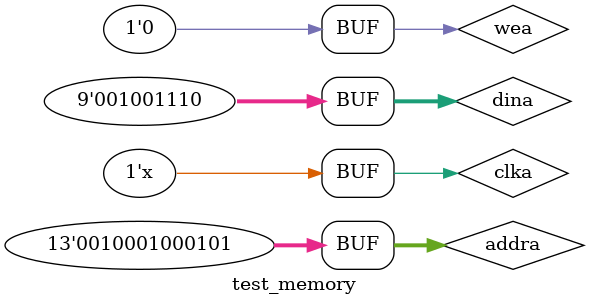
<source format=v>
`timescale 1ns / 1ps


module test_memory;

	// Inputs
	reg clka;
	reg [0:0] wea;
	reg [12:0] addra;
	reg [8:0] dina;

	// Outputs
	wire [8:0] douta;

	// Instantiate the Unit Under Test (UUT)
	memory uut (
		.clka(clka), 
		.wea(wea), 
		.addra(addra), 
		.dina(dina), 
		.douta(douta)
	);
	always #5 clka = ~clka;
	initial begin
		// Test writing data
		clka = 1;
		wea = 1;
		addra = 13'b0010001000101;
		dina = 23;

		// Test reading data
		#100;
		
		clka = 1;
		wea = 0;
		addra = 13'b0010001000101;
		dina = 78;  // this won't overwrite data because wea is 0

	end
      
endmodule


</source>
